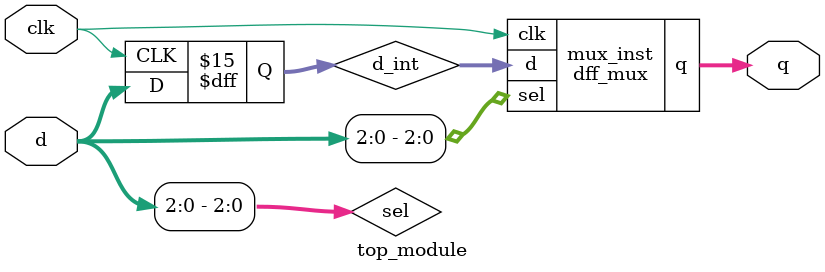
<source format=v>

module dff_mux (
    input clk,
    input [7:0] d,
    input [2:0] sel,
    output reg [7:0] q
);

reg [7:0] q_int;
reg [7:0] d_int;

always @(posedge clk) begin
    q_int <= d_int;
    d_int <= d;
end

always @(*) begin
    case (sel)
        3'b000: q = q_int[7];
        3'b001: q = q_int[6];
        3'b010: q = q_int[5];
        3'b011: q = q_int[4];
        3'b100: q = q_int[3];
        3'b101: q = q_int[2];
        3'b110: q = q_int[1];
        3'b111: q = q_int[0];
    endcase
end

endmodule
module top_module (
    input clk,
    input [7:0] d,
    output [7:0] q
);

wire [2:0] sel;
reg [7:0] d_int;

dff_mux mux_inst (
    .clk(clk),
    .d(d_int),
    .sel(sel),
    .q(q)
);

assign sel[2:0] = d[2:0]; 

always @(posedge clk) begin
    d_int <= d;
end

endmodule
</source>
